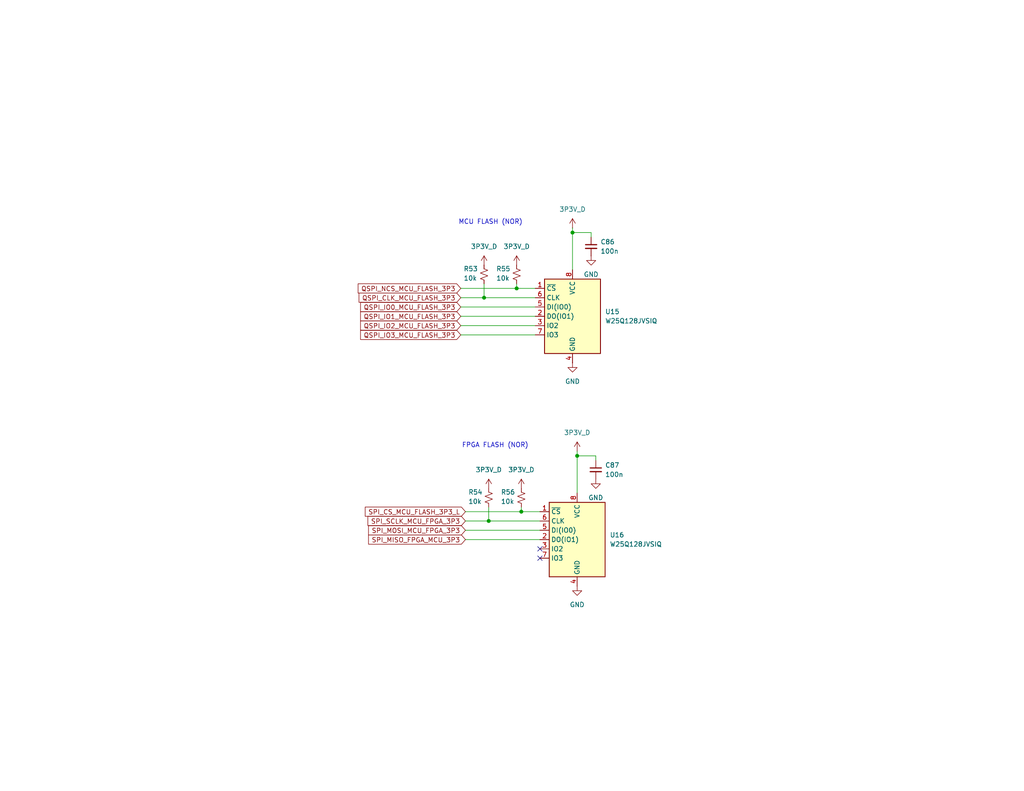
<source format=kicad_sch>
(kicad_sch (version 20231120) (generator "eeschema") (generator_version "8.0")
  (paper "A")
  (title_block (title "ARBITRARY WAVEFORM GENERATOR") (date "2024-09-11") (rev "0.0.1") (company "Tomasz Brzyzek"))
  (lib_symbols
    (symbol "BRZK_MEMORY:W25Q128JVSIQ"
      (property "Reference" "U" (at -16.764 14.478 0))
      (property "Value" "W25Q128JVSIQ" (at -10.414 12.192 0))
      (symbol "W25Q128JVSIQ_0_1"
        (rectangle (start -7.62 10.16) (end 7.62 -10.16) (stroke (width 0.254)) (fill (type background)))
      )
      (symbol "W25Q128JVSIQ_1_1"
        (pin input line (at -10.16 7.62 0) (length 2.54) (name "~{CS}") (number "1"))
        (pin bidirectional line (at -10.16 0 0) (length 2.54) (name "DO(IO1)") (number "2"))
        (pin bidirectional line (at -10.16 -2.54 0) (length 2.54) (name "IO2") (number "3"))
        (pin power_in line (at 0 -12.7 90) (length 2.54) (name "GND") (number "4"))
        (pin bidirectional line (at -10.16 2.54 0) (length 2.54) (name "DI(IO0)") (number "5"))
        (pin input line (at -10.16 5.08 0) (length 2.54) (name "CLK") (number "6"))
        (pin bidirectional line (at -10.16 -5.08 0) (length 2.54) (name "IO3") (number "7"))
        (pin power_in line (at 0 12.7 270) (length 2.54) (name "VCC") (number "8"))
      )
    )
    (symbol "Device:C_Small" (pin_numbers hide) (pin_names (offset 0.254) hide)
      (property "Reference" "C" (at 0.254 1.778 0))
      (property "Value" "C_Small" (at 0.254 -2.032 0))
      (symbol "C_Small_0_1"
        (polyline (pts (xy -1.524 -0.508) (xy 1.524 -0.508)) (stroke (width 0.3302)))
        (polyline (pts (xy -1.524 0.508) (xy 1.524 0.508)) (stroke (width 0.3048)))
      )
      (symbol "C_Small_1_1"
        (pin passive line (at 0 2.54 270) (length 2.032) (name "~") (number "1"))
        (pin passive line (at 0 -2.54 90) (length 2.032) (name "~") (number "2"))
      )
    )
    (symbol "Device:R_Small_US" (pin_numbers hide) (pin_names (offset 0.254) hide)
      (property "Reference" "R" (at 0.762 0.508 0))
      (property "Value" "R_Small_US" (at 0.762 -1.016 0))
      (symbol "R_Small_US_1_1"
        (polyline (pts (xy 0 0) (xy 1.016 -0.381) (xy 0 -0.762) (xy -1.016 -1.143) (xy 0 -1.524)))
        (polyline (pts (xy 0 1.524) (xy 1.016 1.143) (xy 0 0.762) (xy -1.016 0.381) (xy 0 0)))
        (pin passive line (at 0 2.54 270) (length 1.016) (name "~") (number "1"))
        (pin passive line (at 0 -2.54 90) (length 1.016) (name "~") (number "2"))
      )
    )
    (symbol "power:+3V3" (power) (pin_numbers hide) (pin_names (offset 0) hide)
      (property "Value" "+3V3" (at 0 3.556 0))
      (symbol "+3V3_0_1"
        (polyline (pts (xy -0.762 1.27) (xy 0 2.54)))
        (polyline (pts (xy 0 0) (xy 0 2.54)))
        (polyline (pts (xy 0 2.54) (xy 0.762 1.27)))
      )
      (symbol "+3V3_1_1"
        (pin power_in line (at 0 0 90) (length 0) (name "~") (number "1"))
      )
    )
    (symbol "power:GND" (power) (pin_numbers hide) (pin_names (offset 0) hide)
      (property "Value" "GND" (at 0 -3.81 0))
      (symbol "GND_0_1"
        (polyline (pts (xy 0 0) (xy 0 -1.27) (xy 1.27 -1.27) (xy 0 -2.54) (xy -1.27 -1.27) (xy 0 -1.27)))
      )
      (symbol "GND_1_1"
        (pin power_in line (at 0 0 270) (length 0) (name "~") (number "1"))
      )
    )
  )
  (junction (at 140.97 78.74))
  (junction (at 132.08 81.28))
  (junction (at 133.35 142.24))
  (junction (at 142.24 139.7))
  (junction (at 156.21 63.5))
  (junction (at 157.48 124.46))
  (no_connect (at 147.32 149.86))
  (no_connect (at 147.32 152.4))
  (wire (pts (xy 125.73 88.9) (xy 146.05 88.9)))
  (wire (pts (xy 161.29 64.77) (xy 161.29 63.5)))
  (wire (pts (xy 127 142.24) (xy 133.35 142.24)))
  (wire (pts (xy 157.48 124.46) (xy 157.48 134.62)))
  (wire (pts (xy 157.48 124.46) (xy 157.48 123.19)))
  (wire (pts (xy 125.73 81.28) (xy 132.08 81.28)))
  (wire (pts (xy 133.35 142.24) (xy 147.32 142.24)))
  (wire (pts (xy 125.73 91.44) (xy 146.05 91.44)))
  (wire (pts (xy 133.35 138.43) (xy 133.35 142.24)))
  (wire (pts (xy 156.21 63.5) (xy 156.21 62.23)))
  (wire (pts (xy 125.73 83.82) (xy 146.05 83.82)))
  (wire (pts (xy 156.21 63.5) (xy 156.21 73.66)))
  (wire (pts (xy 156.21 63.5) (xy 161.29 63.5)))
  (wire (pts (xy 125.73 78.74) (xy 140.97 78.74)))
  (wire (pts (xy 140.97 78.74) (xy 146.05 78.74)))
  (wire (pts (xy 127 147.32) (xy 147.32 147.32)))
  (wire (pts (xy 142.24 138.43) (xy 142.24 139.7)))
  (wire (pts (xy 142.24 139.7) (xy 147.32 139.7)))
  (wire (pts (xy 140.97 77.47) (xy 140.97 78.74)))
  (wire (pts (xy 157.48 124.46) (xy 162.56 124.46)))
  (wire (pts (xy 125.73 86.36) (xy 146.05 86.36)))
  (wire (pts (xy 162.56 125.73) (xy 162.56 124.46)))
  (wire (pts (xy 127 139.7) (xy 142.24 139.7)))
  (wire (pts (xy 127 144.78) (xy 147.32 144.78)))
  (wire (pts (xy 132.08 81.28) (xy 146.05 81.28)))
  (wire (pts (xy 132.08 77.47) (xy 132.08 81.28)))
  (text "MCU FLASH (NOR)" (at 133.858 60.706 0) (effects (font (size 1.27 1.27))))
  (text "FPGA FLASH (NOR)" (at 135.128 121.666 0) (effects (font (size 1.27 1.27))))
  (global_label "QSPI_IO1_MCU_FLASH_3P3" (shape input) (at 125.73 86.36 180) (property "Intersheetrefs" "${INTERSHEET_REFS}" (effects (hide yes))))
  (global_label "SPI_CS_MCU_FLASH_3P3_L" (shape input) (at 127 139.7 180) (property "Intersheetrefs" "${INTERSHEET_REFS}" (effects (hide yes))))
  (global_label "SPI_MISO_FPGA_MCU_3P3" (shape input) (at 127 147.32 180) (property "Intersheetrefs" "${INTERSHEET_REFS}" (effects (hide yes))))
  (global_label "SPI_MOSI_MCU_FPGA_3P3" (shape input) (at 127 144.78 180) (property "Intersheetrefs" "${INTERSHEET_REFS}" (effects (hide yes))))
  (global_label "QSPI_IO0_MCU_FLASH_3P3" (shape input) (at 125.73 83.82 180) (property "Intersheetrefs" "${INTERSHEET_REFS}" (effects (hide yes))))
  (global_label "QSPI_NCS_MCU_FLASH_3P3" (shape input) (at 125.73 78.74 180) (property "Intersheetrefs" "${INTERSHEET_REFS}" (effects (hide yes))))
  (global_label "QSPI_CLK_MCU_FLASH_3P3" (shape input) (at 125.73 81.28 180) (property "Intersheetrefs" "${INTERSHEET_REFS}" (effects (hide yes))))
  (global_label "QSPI_IO3_MCU_FLASH_3P3" (shape input) (at 125.73 91.44 180) (property "Intersheetrefs" "${INTERSHEET_REFS}" (effects (hide yes))))
  (global_label "SPI_SCLK_MCU_FPGA_3P3" (shape input) (at 127 142.24 180) (property "Intersheetrefs" "${INTERSHEET_REFS}" (effects (hide yes))))
  (global_label "QSPI_IO2_MCU_FLASH_3P3" (shape input) (at 125.73 88.9 180) (property "Intersheetrefs" "${INTERSHEET_REFS}" (effects (hide yes))))
  (symbol (lib_id "power:GND") (at 156.21 99.06 0) (unit 1)
    (property "Reference" "#PWR0209" (effects (hide yes)))
    (property "Value" "GND" (at 156.21 104.14 0))
    (property "Description" "Power symbol creates a global label with name \"GND\" , ground" (effects (hide yes)))
  )
  (symbol (lib_id "Device:R_Small_US") (at 133.35 135.89 180) (unit 1)
    (property "Reference" "R54" (at 127.762 134.366 0) (effects (justify right)))
    (property "Value" "10k" (at 127.762 136.906 0) (effects (justify right)))
    (property "Footprint" "Resistor_SMD:R_0603_1608Metric" (effects (hide yes)))
    (property "Description" "Resistor, small US symbol" (effects (hide yes)))
    (property "Part Number" "0603WAF1002T5E" (effects (hide yes)))
    (property "LCSC" "C25804" (effects (hide yes)))
  )
  (symbol (lib_id "power:GND") (at 162.56 130.81 0) (unit 1)
    (property "Reference" "#PWR0213" (effects (hide yes)))
    (property "Value" "GND" (at 162.56 135.89 0))
    (property "Description" "Power symbol creates a global label with name \"GND\" , ground" (effects (hide yes)))
  )
  (symbol (lib_id "power:+3V3") (at 156.21 62.23 0) (unit 1)
    (property "Reference" "#PWR0208" (effects (hide yes)))
    (property "Value" "3P3V_D" (at 156.21 57.15 0))
    (property "Description" "Power symbol creates a global label with name \"+3V3\"" (effects (hide yes)))
  )
  (symbol (lib_id "power:GND") (at 161.29 69.85 0) (unit 1)
    (property "Reference" "#PWR0212" (effects (hide yes)))
    (property "Value" "GND" (at 161.29 74.93 0))
    (property "Description" "Power symbol creates a global label with name \"GND\" , ground" (effects (hide yes)))
  )
  (symbol (lib_id "Device:R_Small_US") (at 142.24 135.89 180) (unit 1)
    (property "Reference" "R56" (at 136.652 134.366 0) (effects (justify right)))
    (property "Value" "10k" (at 136.652 136.906 0) (effects (justify right)))
    (property "Footprint" "Resistor_SMD:R_0603_1608Metric" (effects (hide yes)))
    (property "Description" "Resistor, small US symbol" (effects (hide yes)))
    (property "Part Number" "0603WAF1002T5E" (effects (hide yes)))
    (property "LCSC" "C25804" (effects (hide yes)))
  )
  (symbol (lib_id "power:+3V3") (at 157.48 123.19 0) (unit 1)
    (property "Reference" "#PWR0210" (effects (hide yes)))
    (property "Value" "3P3V_D" (at 157.48 118.11 0))
    (property "Description" "Power symbol creates a global label with name \"+3V3\"" (effects (hide yes)))
  )
  (symbol (lib_id "Device:R_Small_US") (at 132.08 74.93 180) (unit 1)
    (property "Reference" "R53" (at 126.492 73.406 0) (effects (justify right)))
    (property "Value" "10k" (at 126.492 75.946 0) (effects (justify right)))
    (property "Footprint" "Resistor_SMD:R_0603_1608Metric" (effects (hide yes)))
    (property "Description" "Resistor, small US symbol" (effects (hide yes)))
    (property "Part Number" "0603WAF1002T5E" (effects (hide yes)))
    (property "LCSC" "C25804" (effects (hide yes)))
  )
  (symbol (lib_id "Device:R_Small_US") (at 140.97 74.93 180) (unit 1)
    (property "Reference" "R55" (at 135.382 73.406 0) (effects (justify right)))
    (property "Value" "10k" (at 135.382 75.946 0) (effects (justify right)))
    (property "Footprint" "Resistor_SMD:R_0603_1608Metric" (effects (hide yes)))
    (property "Description" "Resistor, small US symbol" (effects (hide yes)))
    (property "Part Number" "0603WAF1002T5E" (effects (hide yes)))
    (property "LCSC" "C25804" (effects (hide yes)))
  )
  (symbol (lib_id "power:+3V3") (at 142.24 133.35 0) (unit 1)
    (property "Reference" "#PWR0207" (effects (hide yes)))
    (property "Value" "3P3V_D" (at 142.24 128.27 0))
    (property "Description" "Power symbol creates a global label with name \"+3V3\"" (effects (hide yes)))
  )
  (symbol (lib_id "power:+3V3") (at 133.35 133.35 0) (unit 1)
    (property "Reference" "#PWR0205" (effects (hide yes)))
    (property "Value" "3P3V_D" (at 133.35 128.27 0))
    (property "Description" "Power symbol creates a global label with name \"+3V3\"" (effects (hide yes)))
  )
  (symbol (lib_id "power:GND") (at 157.48 160.02 0) (unit 1)
    (property "Reference" "#PWR0211" (effects (hide yes)))
    (property "Value" "GND" (at 157.48 165.1 0))
    (property "Description" "Power symbol creates a global label with name \"GND\" , ground" (effects (hide yes)))
  )
  (symbol (lib_id "Device:C_Small") (at 161.29 67.31 0) (unit 1)
    (property "Reference" "C86" (at 163.83 66.0463 0) (effects (justify left)))
    (property "Value" "100n" (at 163.83 68.5863 0) (effects (justify left)))
    (property "Footprint" "Capacitor_SMD:C_0603_1608Metric" (effects (hide yes)))
    (property "Description" "Unpolarized capacitor, small symbol" (effects (hide yes)))
    (property "Part Number" "CL10B104JB8NNNC" (effects (hide yes)))
    (property "LCSC" "C24452" (effects (hide yes)))
  )
  (symbol (lib_id "Device:C_Small") (at 162.56 128.27 0) (unit 1)
    (property "Reference" "C87" (at 165.1 127.0063 0) (effects (justify left)))
    (property "Value" "100n" (at 165.1 129.5463 0) (effects (justify left)))
    (property "Footprint" "Capacitor_SMD:C_0603_1608Metric" (effects (hide yes)))
    (property "Description" "Unpolarized capacitor, small symbol" (effects (hide yes)))
    (property "Part Number" "CL10B104JB8NNNC" (effects (hide yes)))
    (property "LCSC" "C24452" (effects (hide yes)))
  )
  (symbol (lib_id "BRZK_MEMORY:W25Q128JVSIQ") (at 157.48 147.32 0) (unit 1)
    (property "Reference" "U16" (at 166.37 146.0499 0) (effects (justify left)))
    (property "Value" "W25Q128JVSIQ" (at 166.37 148.5899 0) (effects (justify left)))
    (property "Footprint" "Package_SO:SOIC-8_5.23x5.23mm_P1.27mm" (effects (hide yes)))
    (property "Datasheet" "http://www.winbond.com/resource-files/w25q128jv_dtr%20revc%2003272018%20plus.pdf" (effects (hide yes)))
    (property "Description" "128Mb Serial Flash Memory, Standard/Dual/Quad SPI, SOIC-8" (effects (hide yes)))
    (property "Part Number" "W25Q128JVSIQ" (effects (hide yes)))
    (property "LCSC" "C97521" (effects (hide yes)))
  )
  (symbol (lib_id "BRZK_MEMORY:W25Q128JVSIQ") (at 156.21 86.36 0) (unit 1)
    (property "Reference" "U15" (at 165.1 85.0899 0) (effects (justify left)))
    (property "Value" "W25Q128JVSIQ" (at 165.1 87.6299 0) (effects (justify left)))
    (property "Footprint" "Package_SO:SOIC-8_5.23x5.23mm_P1.27mm" (effects (hide yes)))
    (property "Datasheet" "http://www.winbond.com/resource-files/w25q128jv_dtr%20revc%2003272018%20plus.pdf" (effects (hide yes)))
    (property "Description" "128Mb Serial Flash Memory, Standard/Dual/Quad SPI, SOIC-8" (effects (hide yes)))
    (property "Part Number" "W25Q128JVSIQ" (effects (hide yes)))
    (property "LCSC" "C97521" (effects (hide yes)))
  )
  (symbol (lib_id "power:+3V3") (at 132.08 72.39 0) (unit 1)
    (property "Reference" "#PWR0204" (effects (hide yes)))
    (property "Value" "3P3V_D" (at 132.08 67.31 0))
    (property "Description" "Power symbol creates a global label with name \"+3V3\"" (effects (hide yes)))
  )
  (symbol (lib_id "power:+3V3") (at 140.97 72.39 0) (unit 1)
    (property "Reference" "#PWR0206" (effects (hide yes)))
    (property "Value" "3P3V_D" (at 140.97 67.31 0))
    (property "Description" "Power symbol creates a global label with name \"+3V3\"" (effects (hide yes)))
  )
)
</source>
